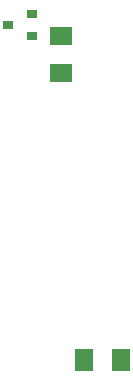
<source format=gtp>
G04 MADE WITH FRITZING*
G04 WWW.FRITZING.ORG*
G04 DOUBLE SIDED*
G04 HOLES PLATED*
G04 CONTOUR ON CENTER OF CONTOUR VECTOR*
%ASAXBY*%
%FSLAX23Y23*%
%MOIN*%
%OFA0B0*%
%SFA1.0B1.0*%
%ADD10R,0.035433X0.031496*%
%ADD11R,0.062992X0.074803*%
%ADD12R,0.074803X0.062992*%
%ADD13R,0.001000X0.001000*%
%LNPASTEMASK1*%
G90*
G70*
G54D10*
X1736Y1398D03*
X1736Y1473D03*
X1657Y1436D03*
G54D11*
X2031Y320D03*
X1909Y320D03*
G54D12*
X1831Y1398D03*
X1831Y1276D03*
G54D13*
D02*
G04 End of PasteMask1*
M02*
</source>
